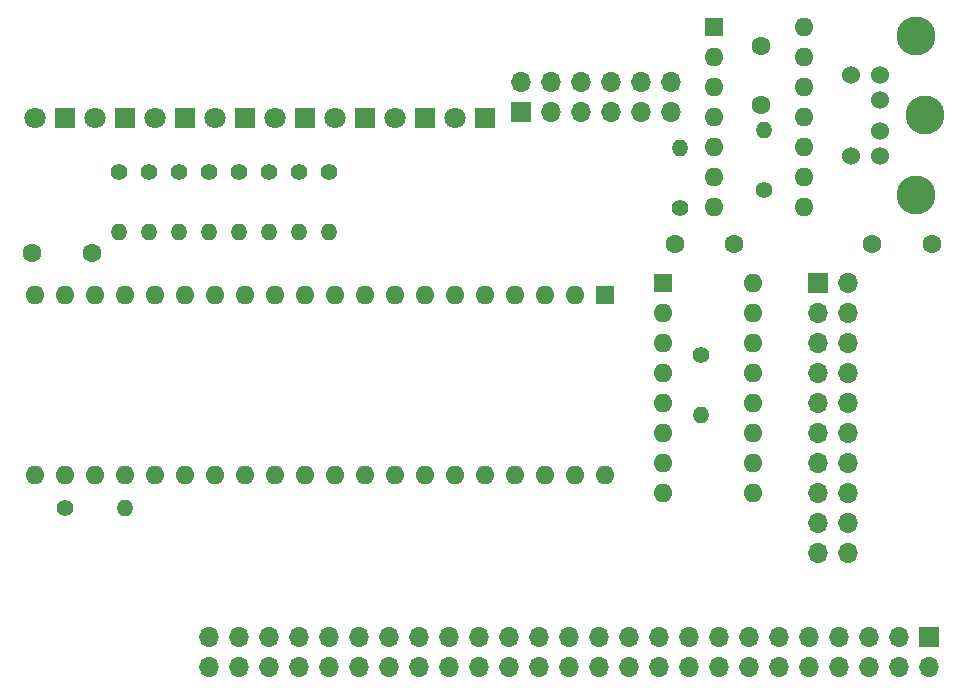
<source format=gbr>
%TF.GenerationSoftware,KiCad,Pcbnew,(5.1.10-1-10_14)*%
%TF.CreationDate,2021-08-31T23:42:01+02:00*%
%TF.ProjectId,io_board,696f5f62-6f61-4726-942e-6b696361645f,rev?*%
%TF.SameCoordinates,Original*%
%TF.FileFunction,Soldermask,Top*%
%TF.FilePolarity,Negative*%
%FSLAX46Y46*%
G04 Gerber Fmt 4.6, Leading zero omitted, Abs format (unit mm)*
G04 Created by KiCad (PCBNEW (5.1.10-1-10_14)) date 2021-08-31 23:42:01*
%MOMM*%
%LPD*%
G01*
G04 APERTURE LIST*
%ADD10C,1.800000*%
%ADD11R,1.800000X1.800000*%
%ADD12O,1.700000X1.700000*%
%ADD13R,1.700000X1.700000*%
%ADD14O,1.400000X1.400000*%
%ADD15C,1.400000*%
%ADD16C,1.600000*%
%ADD17O,1.600000X1.600000*%
%ADD18R,1.600000X1.600000*%
%ADD19C,3.300000*%
%ADD20C,1.524000*%
G04 APERTURE END LIST*
D10*
%TO.C,D8*%
X2540000Y50546000D03*
D11*
X5080000Y50546000D03*
%TD*%
D10*
%TO.C,D7*%
X7620000Y50546000D03*
D11*
X10160000Y50546000D03*
%TD*%
D10*
%TO.C,D6*%
X12700000Y50546000D03*
D11*
X15240000Y50546000D03*
%TD*%
D10*
%TO.C,D5*%
X17780000Y50546000D03*
D11*
X20320000Y50546000D03*
%TD*%
D10*
%TO.C,D4*%
X22860000Y50546000D03*
D11*
X25400000Y50546000D03*
%TD*%
D10*
%TO.C,D3*%
X27940000Y50546000D03*
D11*
X30480000Y50546000D03*
%TD*%
D10*
%TO.C,D2*%
X33020000Y50546000D03*
D11*
X35560000Y50546000D03*
%TD*%
D10*
%TO.C,D1*%
X38100000Y50546000D03*
D11*
X40640000Y50546000D03*
%TD*%
D12*
%TO.C,J2*%
X56388000Y53594000D03*
X56388000Y51054000D03*
X53848000Y53594000D03*
X53848000Y51054000D03*
X51308000Y53594000D03*
X51308000Y51054000D03*
X48768000Y53594000D03*
X48768000Y51054000D03*
X46228000Y53594000D03*
X46228000Y51054000D03*
X43688000Y53594000D03*
D13*
X43688000Y51054000D03*
%TD*%
D14*
%TO.C,R12*%
X9652000Y40894000D03*
D15*
X9652000Y45974000D03*
%TD*%
D14*
%TO.C,R11*%
X12192000Y40894000D03*
D15*
X12192000Y45974000D03*
%TD*%
D14*
%TO.C,R10*%
X14732000Y40894000D03*
D15*
X14732000Y45974000D03*
%TD*%
D14*
%TO.C,R9*%
X17272000Y40894000D03*
D15*
X17272000Y45974000D03*
%TD*%
D14*
%TO.C,R8*%
X19812000Y40894000D03*
D15*
X19812000Y45974000D03*
%TD*%
%TO.C,R7*%
X22352000Y45974000D03*
D14*
X22352000Y40894000D03*
%TD*%
D15*
%TO.C,R6*%
X24892000Y45974000D03*
D14*
X24892000Y40894000D03*
%TD*%
D15*
%TO.C,R5*%
X27432000Y45974000D03*
D14*
X27432000Y40894000D03*
%TD*%
%TO.C,R4*%
X58928000Y25400000D03*
D15*
X58928000Y30480000D03*
%TD*%
D14*
%TO.C,R3*%
X10160000Y17526000D03*
D15*
X5080000Y17526000D03*
%TD*%
D14*
%TO.C,R2*%
X64262000Y49530000D03*
D15*
X64262000Y44450000D03*
%TD*%
D14*
%TO.C,R1*%
X57150000Y48006000D03*
D15*
X57150000Y42926000D03*
%TD*%
D16*
%TO.C,C4*%
X7286000Y39116000D03*
X2286000Y39116000D03*
%TD*%
%TO.C,C3*%
X78406000Y39878000D03*
X73406000Y39878000D03*
%TD*%
%TO.C,C2*%
X64008000Y51642000D03*
X64008000Y56642000D03*
%TD*%
%TO.C,C1*%
X56722000Y39878000D03*
X61722000Y39878000D03*
%TD*%
D17*
%TO.C,U1*%
X63309500Y36576000D03*
X55689500Y18796000D03*
X63309500Y34036000D03*
X55689500Y21336000D03*
X63309500Y31496000D03*
X55689500Y23876000D03*
X63309500Y28956000D03*
X55689500Y26416000D03*
X63309500Y26416000D03*
X55689500Y28956000D03*
X63309500Y23876000D03*
X55689500Y31496000D03*
X63309500Y21336000D03*
X55689500Y34036000D03*
X63309500Y18796000D03*
D18*
X55689500Y36576000D03*
%TD*%
D17*
%TO.C,U3*%
X67627500Y58293000D03*
X60007500Y43053000D03*
X67627500Y55753000D03*
X60007500Y45593000D03*
X67627500Y53213000D03*
X60007500Y48133000D03*
X67627500Y50673000D03*
X60007500Y50673000D03*
X67627500Y48133000D03*
X60007500Y53213000D03*
X67627500Y45593000D03*
X60007500Y55753000D03*
X67627500Y43053000D03*
D18*
X60007500Y58293000D03*
%TD*%
D17*
%TO.C,U2*%
X50800000Y20320000D03*
X2540000Y35560000D03*
X48260000Y20320000D03*
X5080000Y35560000D03*
X45720000Y20320000D03*
X7620000Y35560000D03*
X43180000Y20320000D03*
X10160000Y35560000D03*
X40640000Y20320000D03*
X12700000Y35560000D03*
X38100000Y20320000D03*
X15240000Y35560000D03*
X35560000Y20320000D03*
X17780000Y35560000D03*
X33020000Y20320000D03*
X20320000Y35560000D03*
X30480000Y20320000D03*
X22860000Y35560000D03*
X27940000Y20320000D03*
X25400000Y35560000D03*
X25400000Y20320000D03*
X27940000Y35560000D03*
X22860000Y20320000D03*
X30480000Y35560000D03*
X20320000Y20320000D03*
X33020000Y35560000D03*
X17780000Y20320000D03*
X35560000Y35560000D03*
X15240000Y20320000D03*
X38100000Y35560000D03*
X12700000Y20320000D03*
X40640000Y35560000D03*
X10160000Y20320000D03*
X43180000Y35560000D03*
X7620000Y20320000D03*
X45720000Y35560000D03*
X5080000Y20320000D03*
X48260000Y35560000D03*
X2540000Y20320000D03*
D18*
X50800000Y35560000D03*
%TD*%
D12*
%TO.C,J4*%
X71374000Y13716000D03*
X68834000Y13716000D03*
X71374000Y16256000D03*
X68834000Y16256000D03*
X71374000Y18796000D03*
X68834000Y18796000D03*
X71374000Y21336000D03*
X68834000Y21336000D03*
X71374000Y23876000D03*
X68834000Y23876000D03*
X71374000Y26416000D03*
X68834000Y26416000D03*
X71374000Y28956000D03*
X68834000Y28956000D03*
X71374000Y31496000D03*
X68834000Y31496000D03*
X71374000Y34036000D03*
X68834000Y34036000D03*
X71374000Y36576000D03*
D13*
X68834000Y36576000D03*
%TD*%
D19*
%TO.C,J3*%
X77850000Y50800000D03*
D20*
X74050000Y52100000D03*
X74050000Y49500000D03*
X71550000Y54200000D03*
X74050000Y54200000D03*
X71550000Y47400000D03*
X74050000Y47400000D03*
D19*
X77050000Y44050000D03*
X77050000Y57550000D03*
%TD*%
D12*
%TO.C,J1*%
X17272000Y4064000D03*
X17272000Y6604000D03*
X19812000Y4064000D03*
X19812000Y6604000D03*
X22352000Y4064000D03*
X22352000Y6604000D03*
X24892000Y4064000D03*
X24892000Y6604000D03*
X27432000Y4064000D03*
X27432000Y6604000D03*
X29972000Y4064000D03*
X29972000Y6604000D03*
X32512000Y4064000D03*
X32512000Y6604000D03*
X35052000Y4064000D03*
X35052000Y6604000D03*
X37592000Y4064000D03*
X37592000Y6604000D03*
X40132000Y4064000D03*
X40132000Y6604000D03*
X42672000Y4064000D03*
X42672000Y6604000D03*
X45212000Y4064000D03*
X45212000Y6604000D03*
X47752000Y4064000D03*
X47752000Y6604000D03*
X50292000Y4064000D03*
X50292000Y6604000D03*
X52832000Y4064000D03*
X52832000Y6604000D03*
X55372000Y4064000D03*
X55372000Y6604000D03*
X57912000Y4064000D03*
X57912000Y6604000D03*
X60452000Y4064000D03*
X60452000Y6604000D03*
X62992000Y4064000D03*
X62992000Y6604000D03*
X65532000Y4064000D03*
X65532000Y6604000D03*
X68072000Y4064000D03*
X68072000Y6604000D03*
X70612000Y4064000D03*
X70612000Y6604000D03*
X73152000Y4064000D03*
X73152000Y6604000D03*
X75692000Y4064000D03*
X75692000Y6604000D03*
X78232000Y4064000D03*
D13*
X78232000Y6604000D03*
%TD*%
M02*

</source>
